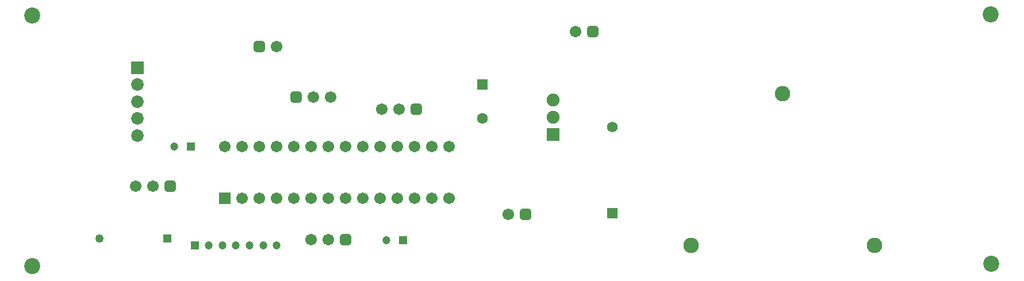
<source format=gbs>
G04*
G04 #@! TF.GenerationSoftware,Altium Limited,Altium Designer,23.10.1 (27)*
G04*
G04 Layer_Color=16711935*
%FSLAX25Y25*%
%MOIN*%
G70*
G04*
G04 #@! TF.SameCoordinates,5FF5A223-D15A-4C9D-8392-CC208A2D619A*
G04*
G04*
G04 #@! TF.FilePolarity,Negative*
G04*
G01*
G75*
%ADD14C,0.06706*%
G04:AMPARAMS|DCode=15|XSize=67.06mil|YSize=67.06mil|CornerRadius=18.76mil|HoleSize=0mil|Usage=FLASHONLY|Rotation=180.000|XOffset=0mil|YOffset=0mil|HoleType=Round|Shape=RoundedRectangle|*
%AMROUNDEDRECTD15*
21,1,0.06706,0.02953,0,0,180.0*
21,1,0.02953,0.06706,0,0,180.0*
1,1,0.03753,-0.01476,0.01476*
1,1,0.03753,0.01476,0.01476*
1,1,0.03753,0.01476,-0.01476*
1,1,0.03753,-0.01476,-0.01476*
%
%ADD15ROUNDEDRECTD15*%
%ADD16C,0.07284*%
%ADD17R,0.07284X0.07284*%
%ADD18C,0.04921*%
%ADD19R,0.04921X0.04921*%
%ADD20C,0.09300*%
%ADD21C,0.06312*%
%ADD22R,0.06312X0.06312*%
%ADD23C,0.09016*%
%ADD24C,0.06165*%
%ADD25R,0.06165X0.06165*%
%ADD26R,0.06706X0.06706*%
%ADD27C,0.04724*%
%ADD28R,0.04724X0.04724*%
%ADD29C,0.07493*%
%ADD30R,0.07493X0.07493*%
D14*
X150500Y142000D02*
D03*
X285000Y44681D02*
D03*
X170500Y30000D02*
D03*
X180500D02*
D03*
X182000Y112500D02*
D03*
X172000D02*
D03*
X211500Y105681D02*
D03*
X221500D02*
D03*
X69000Y61000D02*
D03*
X79000D02*
D03*
X324000Y150500D02*
D03*
X250500Y84000D02*
D03*
X240500D02*
D03*
X230500D02*
D03*
X220500D02*
D03*
X210500D02*
D03*
X200500D02*
D03*
X190500D02*
D03*
X180500D02*
D03*
X170500D02*
D03*
X160500D02*
D03*
X150500D02*
D03*
X140500D02*
D03*
X130500D02*
D03*
X120500D02*
D03*
X250500Y54000D02*
D03*
X240500D02*
D03*
X230500D02*
D03*
X220500D02*
D03*
X210500D02*
D03*
X200500D02*
D03*
X190500D02*
D03*
X180500D02*
D03*
X170500D02*
D03*
X160500D02*
D03*
X150500D02*
D03*
X140500D02*
D03*
X130500D02*
D03*
D15*
X140500Y142000D02*
D03*
X295000Y44681D02*
D03*
X190500Y30000D02*
D03*
X162000Y112500D02*
D03*
X231500Y105681D02*
D03*
X89000Y61000D02*
D03*
X334000Y150500D02*
D03*
D16*
X69819Y90315D02*
D03*
Y100157D02*
D03*
Y110000D02*
D03*
Y119843D02*
D03*
D17*
Y129685D02*
D03*
D18*
X47815Y30500D02*
D03*
D19*
X87185D02*
D03*
D20*
X565000Y16000D02*
D03*
X564500Y160500D02*
D03*
X9000Y14500D02*
D03*
Y160000D02*
D03*
D21*
X270000Y100157D02*
D03*
D22*
Y119843D02*
D03*
D23*
X444000Y114500D02*
D03*
X497100Y26500D02*
D03*
X390900D02*
D03*
D24*
X345300Y95200D02*
D03*
D25*
Y45200D02*
D03*
D26*
X120500Y54000D02*
D03*
D27*
X150622Y26500D02*
D03*
X142748D02*
D03*
X134874D02*
D03*
X127000D02*
D03*
X119126D02*
D03*
X111252D02*
D03*
X214079Y29500D02*
D03*
X91079Y84000D02*
D03*
D28*
X103378Y26500D02*
D03*
X223921Y29500D02*
D03*
X100921Y84000D02*
D03*
D29*
X311000Y111000D02*
D03*
Y101000D02*
D03*
D30*
Y91000D02*
D03*
M02*

</source>
